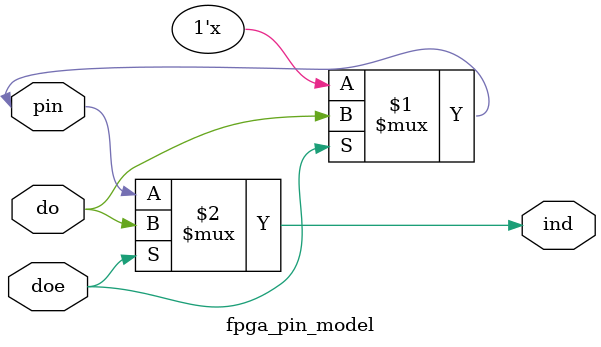
<source format=v>
module fpga_pin_model(
    input doe,
    input do,
    output ind,
    inout pin
);
    assign pin = doe ? do : 1'bz;
    assign ind = doe ? do : pin;

endmodule

</source>
